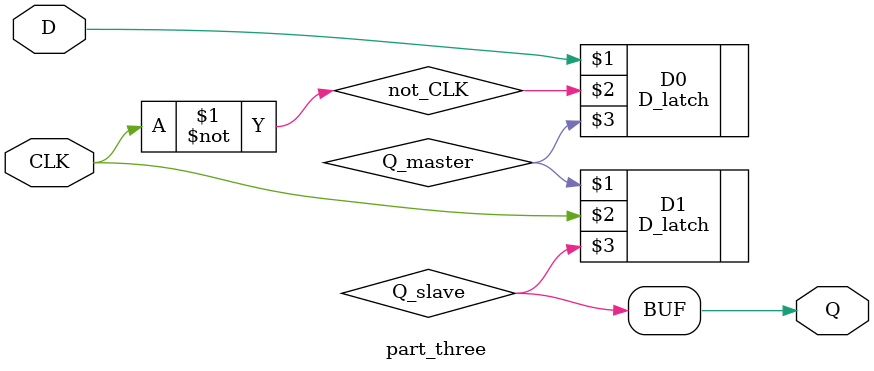
<source format=v>
`timescale 1ns / 1ps

module part_three(D, CLK, Q);

    input   D;
    input   CLK;
    output  Q;
    
    
    wire not_CLK;
    wire Q_master;
    wire Q_slave;
    
    assign not_CLK = ~CLK;
    
D_latch D0(D, not_CLK, Q_master);
D_latch D1(Q_master, CLK, Q_slave);

    assign Q        = Q_slave;
    
  
endmodule

</source>
